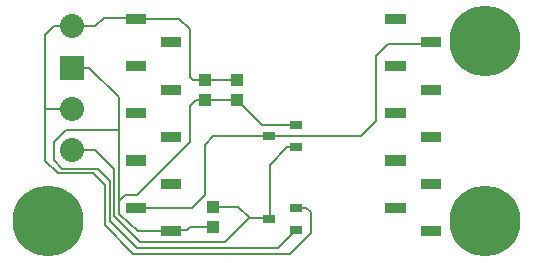
<source format=gtl>
G04 DipTrace 2.4.0.2*
%INlayer1.GTL*%
%MOMM*%
%ADD13C,0.2*%
%ADD14R,1.0X1.1*%
%ADD16R,1.05X0.65*%
%ADD18C,2.032*%
%ADD19R,2.032X2.032*%
%ADD20C,6.0*%
%FSLAX53Y53*%
G04*
G71*
G90*
G75*
G01*
%LNTop*%
%LPD*%
X23250Y-19950D2*
D13*
X26000D1*
X31000Y-22100D2*
X28100D1*
X26000Y-20000D1*
Y-19950D1*
X12000Y-17250D2*
X13500D1*
X16000Y-19750D1*
Y-22500D1*
Y-28500D1*
Y-29600D1*
X16099Y-29699D1*
X17601Y-31081D1*
X20386D1*
X20410Y-31105D1*
X24000Y-30700D2*
X22050D1*
X21750Y-31000D1*
X20515D1*
X20410Y-31105D1*
X31000Y-31000D2*
X29500Y-32500D1*
X17500D1*
X15200Y-30200D1*
Y-26800D1*
X14200Y-25800D1*
X11200D1*
X10500Y-25100D1*
Y-23500D1*
X11500Y-22500D1*
X16000D1*
X23250Y-19950D2*
Y-19750D1*
X23500Y-20000D1*
X22500D1*
X22000Y-20500D1*
Y-23500D1*
X17500Y-28000D1*
X16500D1*
X16000Y-28500D1*
X12000Y-13750D2*
X14000D1*
X14750Y-13000D1*
X17305D1*
X17410Y-13105D1*
X21105D1*
X22000Y-14000D1*
Y-18000D1*
X22250Y-18250D1*
X23250D1*
X26000D1*
X31000Y-29100D2*
X31850D1*
X32250Y-29500D1*
Y-31250D1*
X30500Y-33000D1*
X17200D1*
X14800Y-30600D1*
Y-27200D1*
X13800Y-26200D1*
X10800D1*
X9750Y-25150D1*
Y-20750D1*
Y-14500D1*
X10500Y-13750D1*
X12000D1*
Y-20750D2*
X9750D1*
X31000Y-24000D2*
X30247D1*
X28766Y-25481D1*
Y-29984D1*
X28700Y-30050D1*
X12000Y-24250D2*
Y-24200D1*
X14000D1*
X15600Y-25800D1*
Y-29800D1*
X17800Y-32000D1*
X25000D1*
X27000Y-30000D1*
X27094D1*
X28650D1*
X28700Y-30050D1*
X24000Y-29000D2*
X26094D1*
X27094Y-30000D1*
X17410Y-29105D2*
X22145D1*
X23250Y-28000D1*
Y-23750D1*
X23950Y-23050D1*
X28700D1*
X36450D1*
X37750Y-21750D1*
Y-16250D1*
X38800Y-15200D1*
X42315D1*
X42410Y-15105D1*
D14*
X26000Y-18250D3*
Y-19950D3*
X23250Y-18250D3*
Y-19950D3*
D16*
X31000Y-31000D3*
Y-29100D3*
X28700Y-30050D3*
D18*
X12000Y-13750D3*
D19*
Y-17250D3*
D18*
Y-20750D3*
Y-24250D3*
D20*
X47000Y-15000D3*
Y-30250D3*
X10000D3*
D16*
X31000Y-24000D3*
Y-22100D3*
X28700Y-23050D3*
D14*
X24000Y-30700D3*
Y-29000D3*
G36*
X19560Y-31530D2*
Y-30680D1*
X21260D1*
Y-31530D1*
X19560D1*
G37*
G36*
X16560Y-29530D2*
Y-28680D1*
X18260D1*
Y-29530D1*
X16560D1*
G37*
G36*
X19560Y-27530D2*
Y-26680D1*
X21260D1*
Y-27530D1*
X19560D1*
G37*
G36*
X16560Y-25530D2*
Y-24680D1*
X18260D1*
Y-25530D1*
X16560D1*
G37*
G36*
X19560Y-23530D2*
Y-22680D1*
X21260D1*
Y-23530D1*
X19560D1*
G37*
G36*
X16560Y-21530D2*
Y-20680D1*
X18260D1*
Y-21530D1*
X16560D1*
G37*
G36*
X19560Y-19530D2*
Y-18680D1*
X21260D1*
Y-19530D1*
X19560D1*
G37*
G36*
X16560Y-17530D2*
Y-16680D1*
X18260D1*
Y-17530D1*
X16560D1*
G37*
G36*
X19560Y-15530D2*
Y-14680D1*
X21260D1*
Y-15530D1*
X19560D1*
G37*
G36*
X16560Y-13530D2*
Y-12680D1*
X18260D1*
Y-13530D1*
X16560D1*
G37*
G36*
X41560Y-31530D2*
Y-30680D1*
X43260D1*
Y-31530D1*
X41560D1*
G37*
G36*
X38560Y-29530D2*
Y-28680D1*
X40260D1*
Y-29530D1*
X38560D1*
G37*
G36*
X41560Y-27530D2*
Y-26680D1*
X43260D1*
Y-27530D1*
X41560D1*
G37*
G36*
X38560Y-25530D2*
Y-24680D1*
X40260D1*
Y-25530D1*
X38560D1*
G37*
G36*
X41560Y-23530D2*
Y-22680D1*
X43260D1*
Y-23530D1*
X41560D1*
G37*
G36*
X38560Y-21530D2*
Y-20680D1*
X40260D1*
Y-21530D1*
X38560D1*
G37*
G36*
X41560Y-19530D2*
Y-18680D1*
X43260D1*
Y-19530D1*
X41560D1*
G37*
G36*
X38560Y-17530D2*
Y-16680D1*
X40260D1*
Y-17530D1*
X38560D1*
G37*
G36*
X41560Y-15530D2*
Y-14680D1*
X43260D1*
Y-15530D1*
X41560D1*
G37*
G36*
X38560Y-13530D2*
Y-12680D1*
X40260D1*
Y-13530D1*
X38560D1*
G37*
M02*

</source>
